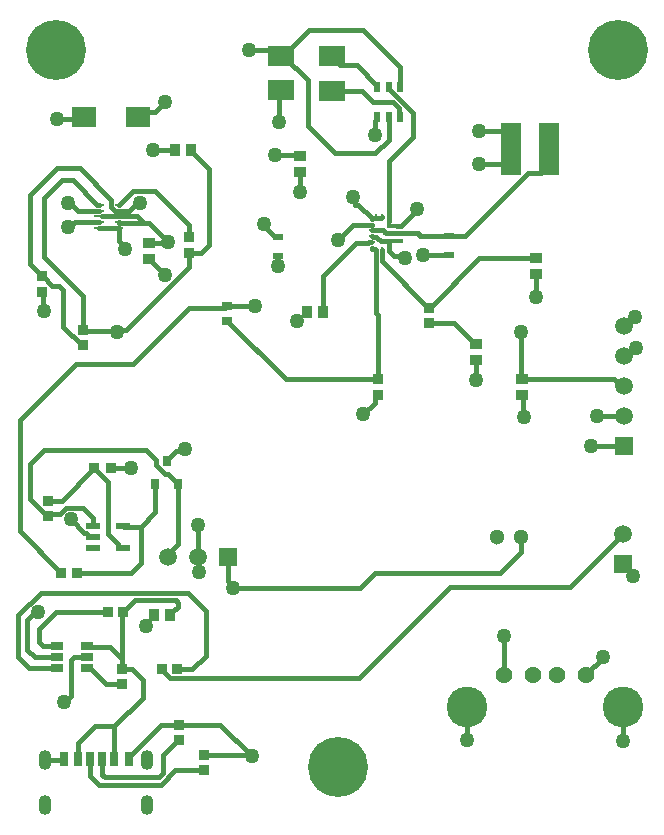
<source format=gbr>
G04*
G04 #@! TF.GenerationSoftware,Altium Limited,Altium Designer,25.2.1 (25)*
G04*
G04 Layer_Physical_Order=1*
G04 Layer_Color=255*
%FSLAX25Y25*%
%MOIN*%
G70*
G04*
G04 #@! TF.SameCoordinates,CDFB58AD-87DA-4B59-9970-4E5CFD4F10CE*
G04*
G04*
G04 #@! TF.FilePolarity,Positive*
G04*
G01*
G75*
%ADD15R,0.02756X0.04724*%
%ADD16R,0.02992X0.04724*%
%ADD17R,0.03150X0.04724*%
%ADD18R,0.03740X0.03347*%
%ADD19R,0.07874X0.07087*%
G04:AMPARAMS|DCode=20|XSize=21.65mil|YSize=31.5mil|CornerRadius=1.95mil|HoleSize=0mil|Usage=FLASHONLY|Rotation=180.000|XOffset=0mil|YOffset=0mil|HoleType=Round|Shape=RoundedRectangle|*
%AMROUNDEDRECTD20*
21,1,0.02165,0.02760,0,0,180.0*
21,1,0.01776,0.03150,0,0,180.0*
1,1,0.00390,-0.00888,0.01380*
1,1,0.00390,0.00888,0.01380*
1,1,0.00390,0.00888,-0.01380*
1,1,0.00390,-0.00888,-0.01380*
%
%ADD20ROUNDEDRECTD20*%
%ADD21R,0.04724X0.02362*%
%ADD22R,0.06890X0.17717*%
%ADD23R,0.03347X0.03740*%
%ADD24R,0.03681X0.03788*%
%ADD25R,0.03394X0.02894*%
%ADD26R,0.03701X0.02126*%
%ADD27R,0.03937X0.03543*%
%ADD28R,0.03543X0.03937*%
%ADD29R,0.00984X0.02264*%
%ADD30R,0.00984X0.02165*%
%ADD31R,0.01575X0.04921*%
%ADD32R,0.03937X0.01575*%
%ADD33R,0.02165X0.00984*%
%ADD34R,0.01772X0.00886*%
%ADD35R,0.04134X0.01575*%
%ADD36R,0.08780X0.07087*%
G04:AMPARAMS|DCode=37|XSize=35.43mil|YSize=9.84mil|CornerRadius=1.97mil|HoleSize=0mil|Usage=FLASHONLY|Rotation=180.000|XOffset=0mil|YOffset=0mil|HoleType=Round|Shape=RoundedRectangle|*
%AMROUNDEDRECTD37*
21,1,0.03543,0.00591,0,0,180.0*
21,1,0.03150,0.00984,0,0,180.0*
1,1,0.00394,-0.01575,0.00295*
1,1,0.00394,0.01575,0.00295*
1,1,0.00394,0.01575,-0.00295*
1,1,0.00394,-0.01575,-0.00295*
%
%ADD37ROUNDEDRECTD37*%
G04:AMPARAMS|DCode=38|XSize=23.62mil|YSize=9.84mil|CornerRadius=1.97mil|HoleSize=0mil|Usage=FLASHONLY|Rotation=180.000|XOffset=0mil|YOffset=0mil|HoleType=Round|Shape=RoundedRectangle|*
%AMROUNDEDRECTD38*
21,1,0.02362,0.00591,0,0,180.0*
21,1,0.01968,0.00984,0,0,180.0*
1,1,0.00394,-0.00984,0.00295*
1,1,0.00394,0.00984,0.00295*
1,1,0.00394,0.00984,-0.00295*
1,1,0.00394,-0.00984,-0.00295*
%
%ADD38ROUNDEDRECTD38*%
G04:AMPARAMS|DCode=39|XSize=43.31mil|YSize=23.62mil|CornerRadius=2.01mil|HoleSize=0mil|Usage=FLASHONLY|Rotation=0.000|XOffset=0mil|YOffset=0mil|HoleType=Round|Shape=RoundedRectangle|*
%AMROUNDEDRECTD39*
21,1,0.04331,0.01961,0,0,0.0*
21,1,0.03929,0.02362,0,0,0.0*
1,1,0.00402,0.01965,-0.00980*
1,1,0.00402,-0.01965,-0.00980*
1,1,0.00402,-0.01965,0.00980*
1,1,0.00402,0.01965,0.00980*
%
%ADD39ROUNDEDRECTD39*%
%ADD40R,0.03150X0.03543*%
G04:AMPARAMS|DCode=58|XSize=51.18mil|YSize=9.84mil|CornerRadius=1.97mil|HoleSize=0mil|Usage=FLASHONLY|Rotation=180.000|XOffset=0mil|YOffset=0mil|HoleType=Round|Shape=RoundedRectangle|*
%AMROUNDEDRECTD58*
21,1,0.05118,0.00591,0,0,180.0*
21,1,0.04724,0.00984,0,0,180.0*
1,1,0.00394,-0.02362,0.00295*
1,1,0.00394,0.02362,0.00295*
1,1,0.00394,0.02362,-0.00295*
1,1,0.00394,-0.02362,-0.00295*
%
%ADD58ROUNDEDRECTD58*%
G04:AMPARAMS|DCode=60|XSize=43.31mil|YSize=66.93mil|CornerRadius=21.65mil|HoleSize=0mil|Usage=FLASHONLY|Rotation=0.000|XOffset=0mil|YOffset=0mil|HoleType=Round|Shape=RoundedRectangle|*
%AMROUNDEDRECTD60*
21,1,0.04331,0.02362,0,0,0.0*
21,1,0.00000,0.06693,0,0,0.0*
1,1,0.04331,0.00000,-0.01181*
1,1,0.04331,0.00000,-0.01181*
1,1,0.04331,0.00000,0.01181*
1,1,0.04331,0.00000,0.01181*
%
%ADD60ROUNDEDRECTD60*%
%ADD69C,0.01500*%
%ADD70R,0.05906X0.05906*%
%ADD71C,0.05906*%
%ADD72C,0.13583*%
%ADD73C,0.05634*%
%ADD74C,0.20000*%
%ADD75R,0.05906X0.05906*%
%ADD76C,0.05118*%
%ADD77C,0.05000*%
D15*
X512484Y128500D02*
D03*
X508547D02*
D03*
D16*
X516500D02*
D03*
X504531D02*
D03*
D17*
X521343D02*
D03*
X499689D02*
D03*
D18*
X546500Y124941D02*
D03*
Y130059D02*
D03*
X538000Y134941D02*
D03*
Y140059D02*
D03*
X494500Y214559D02*
D03*
Y209441D02*
D03*
X621500Y273882D02*
D03*
Y279000D02*
D03*
X604500Y250000D02*
D03*
Y255118D02*
D03*
X506000Y266441D02*
D03*
Y271559D02*
D03*
X541500Y302500D02*
D03*
Y297382D02*
D03*
X492500Y284323D02*
D03*
Y289441D02*
D03*
X519000Y153500D02*
D03*
Y158618D02*
D03*
D19*
X524358Y342441D02*
D03*
X506642D02*
D03*
D20*
X604260Y342480D02*
D03*
X608000D02*
D03*
X611740D02*
D03*
Y352520D02*
D03*
X608000D02*
D03*
X604260D02*
D03*
D21*
X509579Y206240D02*
D03*
Y202500D02*
D03*
Y198760D02*
D03*
X519421D02*
D03*
Y206240D02*
D03*
D22*
X648705Y332000D02*
D03*
X661500D02*
D03*
D23*
X504000Y190500D02*
D03*
X498882D02*
D03*
X519559Y177500D02*
D03*
X514441D02*
D03*
X532441Y158500D02*
D03*
X537559D02*
D03*
D24*
X509867Y225500D02*
D03*
X515500D02*
D03*
D25*
X554000Y279423D02*
D03*
Y274577D02*
D03*
D26*
X628000Y296500D02*
D03*
Y302799D02*
D03*
X571000Y296201D02*
D03*
Y302500D02*
D03*
D27*
X652500Y250000D02*
D03*
Y255315D02*
D03*
X578500Y324342D02*
D03*
Y329658D02*
D03*
X657000Y290185D02*
D03*
Y295500D02*
D03*
X637000Y261685D02*
D03*
Y267000D02*
D03*
X528000Y300441D02*
D03*
Y295126D02*
D03*
D28*
X580685Y277500D02*
D03*
X586000D02*
D03*
X536685Y331441D02*
D03*
X542000D02*
D03*
X535000Y176500D02*
D03*
X529685D02*
D03*
D29*
X603768Y298205D02*
D03*
Y309331D02*
D03*
D30*
X605736Y298158D02*
D03*
Y309378D02*
D03*
D31*
X608000Y299535D02*
D03*
Y308000D02*
D03*
D32*
X608197Y303768D02*
D03*
D33*
X602587Y306720D02*
D03*
Y304752D02*
D03*
Y302783D02*
D03*
Y300815D02*
D03*
D34*
X602390Y298898D02*
D03*
Y308638D02*
D03*
D35*
X610854Y301209D02*
D03*
Y306327D02*
D03*
D36*
X572000Y351504D02*
D03*
Y363000D02*
D03*
X589000Y351252D02*
D03*
Y362748D02*
D03*
D37*
X511547Y305504D02*
D03*
Y307472D02*
D03*
Y311409D02*
D03*
Y313378D02*
D03*
D38*
X518043D02*
D03*
Y311409D02*
D03*
Y309441D02*
D03*
Y307472D02*
D03*
Y305504D02*
D03*
D39*
X507618Y166240D02*
D03*
Y162500D02*
D03*
Y158760D02*
D03*
X497382D02*
D03*
Y162500D02*
D03*
Y166240D02*
D03*
D40*
X530260Y220126D02*
D03*
X537740D02*
D03*
X534000Y228000D02*
D03*
D58*
X512335Y309441D02*
D03*
D60*
X527524Y113224D02*
D03*
X493508D02*
D03*
X527524Y128185D02*
D03*
X493508D02*
D03*
D69*
X499374D01*
X499689Y128500D01*
X510000Y139500D02*
X516500D01*
X504531Y134031D02*
X510000Y139500D01*
X504531Y128500D02*
Y134031D01*
X519279Y158898D02*
Y177220D01*
X532888Y123888D02*
Y130026D01*
X513379Y122500D02*
X531500D01*
X532888Y123888D01*
X536941Y124941D02*
X546500D01*
X511500Y120000D02*
X532000D01*
X536941Y124941D01*
X512500Y123379D02*
Y128484D01*
Y123379D02*
X513379Y122500D01*
X512484Y128500D02*
X512500Y128484D01*
X508500Y123000D02*
X511500Y120000D01*
X508500Y128453D02*
X508547Y128500D01*
X508500Y123000D02*
Y128453D01*
X532888Y130026D02*
X537803Y134941D01*
X538000D01*
X516500Y128500D02*
Y139500D01*
X521343Y128500D02*
Y129287D01*
X532114Y140059D01*
X538000D01*
X562220Y129780D02*
X562500Y129500D01*
X546779Y129780D02*
X562220D01*
X546500Y130059D02*
X546779Y129780D01*
X551941Y140059D02*
X562500Y129500D01*
X538000Y140059D02*
X551941D01*
X499951Y147451D02*
X500293Y147109D01*
X499951Y147451D02*
X502000Y149500D01*
X634000Y135000D02*
X634134Y135134D01*
Y145866D01*
X634268Y146000D01*
X686000Y134500D02*
Y146000D01*
X541500Y292697D02*
Y297382D01*
X520473Y271670D02*
X541500Y292697D01*
X518170Y271670D02*
X520473D01*
X517500Y271000D02*
X518170Y271670D01*
X603768Y298205D02*
Y298329D01*
X603510Y298587D02*
X603768Y298329D01*
X602701Y298587D02*
X603510D01*
X602697Y298591D02*
X602701Y298587D01*
X602526Y298591D02*
X602697D01*
X602390Y298726D02*
X602526Y298591D01*
X602390Y298726D02*
Y298898D01*
X601603Y300798D02*
X602254D01*
X601305Y300500D02*
X601603Y300798D01*
X597000Y300500D02*
X601305D01*
X603768Y277332D02*
Y298205D01*
Y277332D02*
X604500Y276600D01*
Y255118D02*
Y276600D01*
X596000Y315750D02*
X596670Y315080D01*
Y313330D02*
Y315080D01*
X602526Y308945D02*
X605378D01*
X591000Y301500D02*
X596220Y306720D01*
X596670Y313330D02*
X597868D01*
X605378Y308945D02*
X605736Y309303D01*
X597868Y313330D02*
X602390Y308809D01*
X586000Y289500D02*
X597000Y300500D01*
X586000Y277500D02*
Y289500D01*
X619500Y296500D02*
X628000D01*
X596220Y306720D02*
X602587D01*
X679500Y162378D02*
Y162500D01*
X673913Y156791D02*
X679500Y162378D01*
X673913Y156669D02*
Y156791D01*
X646427Y169427D02*
X646500Y169500D01*
X646427Y156742D02*
Y169427D01*
X646354Y156669D02*
X646427Y156742D01*
X675500Y233000D02*
X686500D01*
X637000Y255000D02*
Y261685D01*
X506000Y271559D02*
X506280Y271280D01*
X517220D01*
X517500Y271000D01*
X677500Y243000D02*
X686500D01*
X570000Y365000D02*
X572000Y363000D01*
X561500Y365000D02*
X570000D01*
X553577Y279000D02*
X554039Y279461D01*
X563461D01*
X563500Y279500D01*
X610854Y306327D02*
X612134D01*
X617500Y311693D01*
Y312000D01*
X652250Y255565D02*
X652500Y255315D01*
X652250Y255565D02*
Y270750D01*
X652000Y271000D02*
X652250Y270750D01*
X657000Y282500D02*
Y290185D01*
X685308Y253000D02*
X686500D01*
X682993Y255315D02*
X685308Y253000D01*
X652500Y255315D02*
X682993D01*
X636803Y267000D02*
X637000D01*
X629921Y273882D02*
X636803Y267000D01*
X621500Y273882D02*
X629921D01*
X602587Y302783D02*
X602655Y302715D01*
X603888D01*
X605357Y301246D01*
X605736Y294567D02*
Y298158D01*
Y294567D02*
X621303Y279000D01*
X621500D01*
X520000Y298500D02*
Y299447D01*
X518043Y301404D02*
X520000Y299447D01*
X518043Y301404D02*
Y305504D01*
X648705Y329695D02*
Y332000D01*
X646010Y327000D02*
X648705Y329695D01*
X638000Y327000D02*
X646010D01*
X648705Y332000D02*
Y335305D01*
X646010Y338000D02*
X648705Y335305D01*
X638000Y338000D02*
X646010D01*
X570213Y302500D02*
X571000D01*
X566500Y306213D02*
X570213Y302500D01*
X566500Y306213D02*
Y307000D01*
X607016Y303768D02*
X608197D01*
X606032Y304752D02*
X607016Y303768D01*
X602587Y304752D02*
X606032D01*
X605736Y309303D02*
Y309378D01*
X602390Y308809D02*
X602526Y308945D01*
X602390Y308638D02*
Y308809D01*
X608000Y299535D02*
Y301209D01*
X607963Y301246D02*
X608000Y301209D01*
X605357Y301246D02*
X607963D01*
X612830Y296170D02*
X613500Y295500D01*
X609692Y296170D02*
X612830D01*
X608000Y297862D02*
X609692Y296170D01*
X608000Y297862D02*
Y299535D01*
X578132Y329829D02*
X578303Y329658D01*
X570171Y329829D02*
X578132D01*
X570000Y330000D02*
X570171Y329829D01*
X539330Y231330D02*
X540000Y232000D01*
X537134Y231330D02*
X539330D01*
X534000Y228197D02*
X537134Y231330D01*
X534000Y228000D02*
Y228197D01*
X638197Y295500D02*
X657000D01*
X621697Y279000D02*
X638197Y295500D01*
X528197Y295126D02*
X531823Y291500D01*
X528000Y295126D02*
X528197D01*
X608197Y303768D02*
X617655D01*
X618623Y302799D01*
X628000D01*
X633433D01*
X654526Y323892D01*
X658805D01*
X661500Y326587D01*
Y332000D01*
X608000Y335000D02*
Y342480D01*
X603500Y330500D02*
X608000Y335000D01*
X590000Y330500D02*
X603500D01*
X581000Y339500D02*
X590000Y330500D01*
X581000Y339500D02*
Y354847D01*
X572847Y363000D02*
X581000Y354847D01*
X608000Y308000D02*
Y328000D01*
X616000Y336000D01*
Y344028D01*
X608000Y352028D02*
X616000Y344028D01*
X608000Y352028D02*
Y352520D01*
X611408Y342813D02*
X611740Y342480D01*
X611408Y342813D02*
Y345592D01*
X609500Y347500D02*
X611408Y345592D01*
X602946Y347500D02*
X609500D01*
X599194Y351252D02*
X602946Y347500D01*
X589000Y351252D02*
X599194D01*
X611740Y352520D02*
Y359260D01*
X599500Y371500D02*
X611740Y359260D01*
X581347Y371500D02*
X599500D01*
X572847Y363000D02*
X581347Y371500D01*
X572000Y363000D02*
X572847D01*
X604260Y352520D02*
Y353012D01*
X597317Y359955D02*
X604260Y353012D01*
X591793Y359955D02*
X597317D01*
X589000Y362748D02*
X591793Y359955D01*
X542000Y331244D02*
Y331441D01*
Y331244D02*
X548000Y325244D01*
Y300000D02*
Y325244D01*
X545382Y297382D02*
X548000Y300000D01*
X541500Y297382D02*
X545382D01*
X516828Y311409D02*
X521474D01*
X515501Y312736D02*
X516828Y311409D01*
X515501Y312736D02*
Y314999D01*
X505000Y325500D02*
X515501Y314999D01*
X497500Y325500D02*
X505000D01*
X488500Y316500D02*
X497500Y325500D01*
X488500Y293441D02*
Y316500D01*
Y293441D02*
X491380Y290561D01*
Y290364D02*
Y290561D01*
Y290364D02*
X492303Y289441D01*
X492500D01*
X510783Y313378D02*
X511547D01*
X502661Y321500D02*
X510783Y313378D01*
X499000Y321500D02*
X502661D01*
X493000Y315500D02*
X499000Y321500D01*
X493000Y296000D02*
Y315500D01*
Y296000D02*
X506000Y283000D01*
Y271559D02*
Y283000D01*
X524358Y342441D02*
X526059Y344141D01*
X530141D01*
X533500Y347500D01*
X533500D01*
X506201Y342000D02*
X506642Y342441D01*
X497500Y342000D02*
X506201D01*
X524065Y314000D02*
X525000D01*
X521474Y311409D02*
X524065Y314000D01*
X530000Y318000D02*
X541500Y306500D01*
X522665Y318000D02*
X530000D01*
X518043Y313378D02*
X522665Y318000D01*
X541500Y302500D02*
Y306500D01*
X501000Y314000D02*
X501947D01*
X504538Y311409D01*
X511547D01*
X501000Y306000D02*
X501947D01*
X503419Y307472D01*
X511547D01*
X527803Y295126D02*
X528000D01*
X511547Y305504D02*
X518043D01*
X518998Y307236D02*
X526317D01*
X518112Y307404D02*
X518830D01*
X518998Y307236D01*
X518043Y307472D02*
X518112Y307404D01*
X512335Y309441D02*
X518043D01*
X492697Y289441D02*
X495741Y286396D01*
X498104D01*
X499500Y285000D01*
Y272744D02*
Y285000D01*
Y272744D02*
X505803Y266441D01*
X506000D01*
X573709Y255118D02*
X604500D01*
X554250Y274577D02*
X573709Y255118D01*
X554000Y274577D02*
X554250D01*
X541500Y279000D02*
X553577D01*
X522750Y260250D02*
X541500Y279000D01*
X503750Y260250D02*
X522750D01*
X485000Y241500D02*
X503750Y260250D01*
X485000Y204579D02*
Y241500D01*
Y204579D02*
X498882Y190697D01*
Y190500D02*
Y190697D01*
X488500Y215244D02*
Y227000D01*
X493000Y231500D01*
X527121D01*
X530349Y226678D02*
X533577Y223450D01*
X530349Y226678D02*
Y228272D01*
X527121Y231500D02*
X530349Y228272D01*
X488500Y215244D02*
X494303Y209441D01*
X537740Y220126D02*
Y220323D01*
X534613Y223450D02*
X537740Y220323D01*
X533577Y223450D02*
X534613D01*
X494303Y209441D02*
X494500D01*
X498979Y214559D02*
X509867Y225447D01*
X494500Y214559D02*
X498979D01*
X494500Y209441D02*
X495423Y210364D01*
X498561D01*
X500575Y212379D01*
X506121D01*
X509579Y208921D01*
Y206240D02*
Y208921D01*
X508398Y202500D02*
X509579D01*
X502000Y208500D02*
X506591Y203909D01*
X506989D01*
X508398Y202500D01*
X515500Y225500D02*
X522000D01*
X509867Y225447D02*
X514500Y220814D01*
Y203681D02*
Y220814D01*
Y203681D02*
X517809Y200372D01*
Y199191D02*
Y200372D01*
Y199191D02*
X518240Y198760D01*
X519421D01*
X652500Y250000D02*
X652750Y249750D01*
Y242750D02*
Y249750D01*
Y242750D02*
X653000Y242500D01*
X492500Y284323D02*
X492750Y284073D01*
Y278250D02*
Y284073D01*
Y278250D02*
X493000Y278000D01*
X534221Y300721D02*
X534500Y301000D01*
X528279Y300721D02*
X534221D01*
X528000Y300441D02*
X528279Y300721D01*
X528264Y307236D02*
X534500Y301000D01*
X524112Y309441D02*
X526317Y307236D01*
X528264D01*
X518043Y309441D02*
X524112D01*
X536656Y331470D02*
X536685Y331441D01*
X529529Y331470D02*
X536656D01*
X529500Y331500D02*
X529529Y331470D01*
X604260Y341988D02*
Y342480D01*
X603500Y341228D02*
X604260Y341988D01*
X603500Y336500D02*
Y341228D01*
X571500Y351004D02*
X572000Y351504D01*
X571500Y341000D02*
Y351004D01*
X578500Y317500D02*
Y324342D01*
X604303Y250000D02*
X604500D01*
X603380Y249077D02*
X604303Y250000D01*
X603380Y247380D02*
Y249077D01*
X599500Y243500D02*
X603380Y247380D01*
X525500Y194000D02*
Y206000D01*
X522000Y190500D02*
X525500Y194000D01*
X504000Y190500D02*
X522000D01*
X519421Y206240D02*
X519661Y206000D01*
X525500D01*
X530260Y210760D01*
Y220126D01*
X534500Y196000D02*
Y196878D01*
X537740Y200118D01*
Y220126D01*
X652000Y197500D02*
Y202500D01*
X645000Y190500D02*
X652000Y197500D01*
X603474Y190500D02*
X645000D01*
X598474Y185500D02*
X603474Y190500D01*
X556000Y185500D02*
X598474D01*
X519279Y177220D02*
X519559Y177500D01*
X519000Y158618D02*
X519279Y158898D01*
X516500Y139500D02*
X526000Y149000D01*
Y155000D01*
X522382Y158618D02*
X526000Y155000D01*
X519000Y158618D02*
X522382D01*
X507618Y166240D02*
X507858Y166000D01*
X515000D01*
X519000Y162000D01*
X668500Y186000D02*
X686000Y203500D01*
X628500Y186000D02*
X668500D01*
X597980Y155480D02*
X628500Y186000D01*
X535264Y155480D02*
X597980D01*
X532441Y158303D02*
X535264Y155480D01*
X532441Y158303D02*
Y158500D01*
X544500Y196000D02*
Y206500D01*
X490053Y177500D02*
X491000D01*
X487553Y175000D02*
X490053Y177500D01*
X487500Y175000D02*
X487553D01*
X556000Y185500D02*
Y186447D01*
X554500Y187947D02*
X556000Y186447D01*
X554500Y187947D02*
Y196000D01*
X535000Y176500D02*
Y176697D01*
X536803Y178500D01*
X537000D01*
X537879Y179379D01*
Y180621D01*
X537000Y181500D02*
X537879Y180621D01*
X523362Y181500D02*
X537000D01*
X519559Y177697D02*
X523362Y181500D01*
X497000Y177500D02*
X514441D01*
X491500Y172000D02*
X497000Y177500D01*
X491500Y167500D02*
Y172000D01*
Y167500D02*
X492760Y166240D01*
X497382D01*
X487500Y165000D02*
Y175000D01*
Y165000D02*
X490000Y162500D01*
X497382D01*
X537559Y158500D02*
X542621D01*
X547000Y162879D01*
Y178000D01*
X541000Y184000D02*
X547000Y178000D01*
X492000Y184000D02*
X541000D01*
X484500Y176500D02*
X492000Y184000D01*
X484500Y162500D02*
Y176500D01*
Y162500D02*
X488240Y158760D01*
X497382D01*
X513862Y153500D02*
X519000D01*
X508602Y158760D02*
X513862Y153500D01*
X507618Y158760D02*
X508602D01*
X503000Y162500D02*
X507618D01*
X502000Y161500D02*
X503000Y162500D01*
X502000Y149500D02*
Y161500D01*
D70*
X686500Y233000D02*
D03*
X686000Y193500D02*
D03*
D71*
X686500Y243000D02*
D03*
Y253000D02*
D03*
Y263000D02*
D03*
Y273000D02*
D03*
X544500Y196000D02*
D03*
X534500D02*
D03*
X686000Y203500D02*
D03*
D72*
Y146000D02*
D03*
X634268D02*
D03*
D73*
X673913Y156669D02*
D03*
X664071D02*
D03*
X656197D02*
D03*
X646354D02*
D03*
D74*
X684500Y365000D02*
D03*
X497000D02*
D03*
X591000Y126000D02*
D03*
D75*
X554500Y196000D02*
D03*
D76*
X652000Y202500D02*
D03*
X644126D02*
D03*
D77*
X562500Y129500D02*
D03*
X690500Y265500D02*
D03*
X634000Y135000D02*
D03*
X686000Y134500D02*
D03*
X596000Y315750D02*
D03*
X591000Y301500D02*
D03*
X571000Y293000D02*
D03*
X619500Y296500D02*
D03*
X675500Y233000D02*
D03*
X637000Y255000D02*
D03*
X646500Y169500D02*
D03*
X517500Y271000D02*
D03*
X677500Y243000D02*
D03*
X561500Y365000D02*
D03*
X563500Y279500D02*
D03*
X617500Y312000D02*
D03*
X652000Y271000D02*
D03*
X520000Y298500D02*
D03*
X638000Y327000D02*
D03*
Y338000D02*
D03*
X566500Y307000D02*
D03*
X533500Y290000D02*
D03*
X570000Y330000D02*
D03*
X540000Y232000D02*
D03*
X525000Y314000D02*
D03*
X533500Y347500D02*
D03*
X497500Y342000D02*
D03*
X501000Y306000D02*
D03*
Y314000D02*
D03*
X502000Y208500D02*
D03*
X534500Y301000D02*
D03*
X603500Y336500D02*
D03*
X577500Y274500D02*
D03*
X544795Y190914D02*
D03*
X679500Y162500D02*
D03*
X689500Y189500D02*
D03*
X690000Y276000D02*
D03*
X599500Y243500D02*
D03*
X653000Y242500D02*
D03*
X657000Y282500D02*
D03*
X613500Y295500D02*
D03*
X571500Y341000D02*
D03*
X578500Y317500D02*
D03*
X529500Y331500D02*
D03*
X493000Y278000D02*
D03*
X522000Y225500D02*
D03*
X527000Y173000D02*
D03*
X499951Y147451D02*
D03*
X544500Y206500D02*
D03*
X556000Y185500D02*
D03*
X491000Y177500D02*
D03*
M02*

</source>
